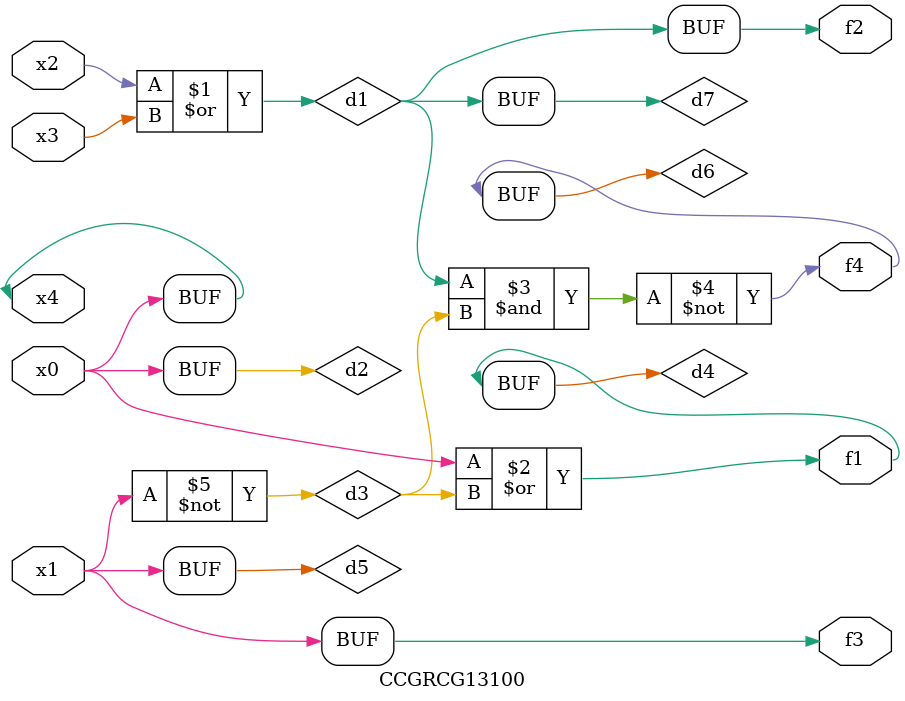
<source format=v>
module CCGRCG13100(
	input x0, x1, x2, x3, x4,
	output f1, f2, f3, f4
);

	wire d1, d2, d3, d4, d5, d6, d7;

	or (d1, x2, x3);
	buf (d2, x0, x4);
	not (d3, x1);
	or (d4, d2, d3);
	not (d5, d3);
	nand (d6, d1, d3);
	or (d7, d1);
	assign f1 = d4;
	assign f2 = d7;
	assign f3 = d5;
	assign f4 = d6;
endmodule

</source>
